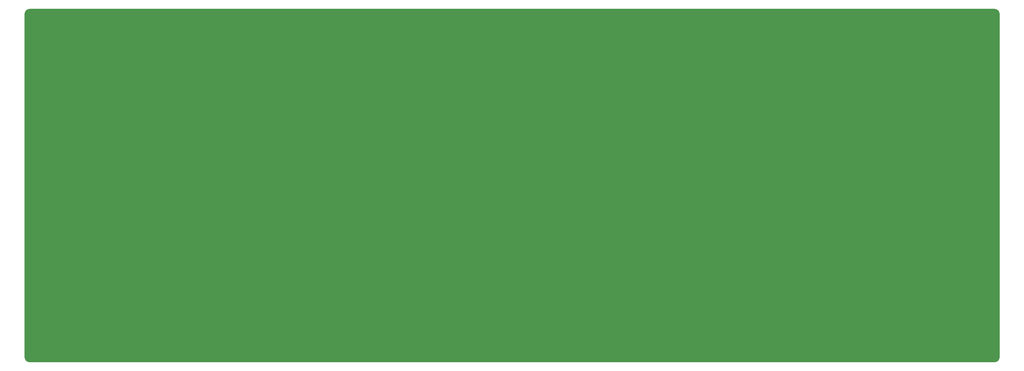
<source format=gbr>
%TF.GenerationSoftware,KiCad,Pcbnew,(6.0.11)*%
%TF.CreationDate,2023-03-19T03:58:12-04:00*%
%TF.ProjectId,bottom-no-hole,626f7474-6f6d-42d6-9e6f-2d686f6c652e,rev?*%
%TF.SameCoordinates,Original*%
%TF.FileFunction,Copper,L2,Bot*%
%TF.FilePolarity,Positive*%
%FSLAX46Y46*%
G04 Gerber Fmt 4.6, Leading zero omitted, Abs format (unit mm)*
G04 Created by KiCad (PCBNEW (6.0.11)) date 2023-03-19 03:58:12*
%MOMM*%
%LPD*%
G01*
G04 APERTURE LIST*
%TA.AperFunction,ComponentPad*%
%ADD10C,5.700000*%
%TD*%
%TA.AperFunction,Conductor*%
%ADD11C,0.254000*%
%TD*%
G04 APERTURE END LIST*
D10*
%TO.P,H5,1,1*%
%TO.N,FrontCuFill*%
X223000000Y79852446D03*
%TD*%
%TO.P,H7,1,1*%
%TO.N,FrontCuFill*%
X-57000000Y-45000000D03*
%TD*%
%TO.P,H10,1,1*%
%TO.N,FrontCuFill*%
X153000000Y-45000000D03*
%TD*%
%TO.P,H9,1,1*%
%TO.N,FrontCuFill*%
X83000000Y-45000000D03*
%TD*%
%TO.P,H12,1,1*%
%TO.N,FrontCuFill*%
X293000000Y-45000000D03*
%TD*%
%TO.P,H4,1,1*%
%TO.N,FrontCuFill*%
X153000000Y79852446D03*
%TD*%
%TO.P,H8,1,1*%
%TO.N,FrontCuFill*%
X13000000Y-45000000D03*
%TD*%
%TO.P,H3,1,1*%
%TO.N,FrontCuFill*%
X83000000Y79852446D03*
%TD*%
%TO.P,H2,1,1*%
%TO.N,FrontCuFill*%
X13000000Y79852446D03*
%TD*%
%TO.P,H11,1,1*%
%TO.N,FrontCuFill*%
X223000000Y-45000000D03*
%TD*%
%TO.P,H1,1,1*%
%TO.N,FrontCuFill*%
X-57000000Y79852446D03*
%TD*%
%TO.P,H6,1,1*%
%TO.N,FrontCuFill*%
X293000000Y79852446D03*
%TD*%
%TO.N,FrontCuFill*%
D11*
X312974338Y88914255D02*
X313010062Y88913819D01*
X313027256Y88916067D01*
X313248944Y88902658D01*
X313494256Y88857703D01*
X313732363Y88783507D01*
X313959790Y88681151D01*
X314173221Y88552130D01*
X314369547Y88398320D01*
X314545898Y88221971D01*
X314699707Y88025653D01*
X314828736Y87812219D01*
X314931095Y87584794D01*
X315005293Y87346696D01*
X315050253Y87101377D01*
X315063216Y86887135D01*
X315061809Y86878096D01*
X315061373Y86842374D01*
X315065500Y86810817D01*
X315065500Y-51950633D01*
X315061809Y-51974338D01*
X315061373Y-52010062D01*
X315063621Y-52027255D01*
X315050211Y-52248941D01*
X315005257Y-52494250D01*
X314931060Y-52732358D01*
X314828707Y-52959777D01*
X314699685Y-53173205D01*
X314545872Y-53369532D01*
X314369532Y-53545872D01*
X314173205Y-53699685D01*
X313959777Y-53828707D01*
X313732358Y-53931060D01*
X313494250Y-54005257D01*
X313248941Y-54050211D01*
X313034488Y-54063183D01*
X313025661Y-54061809D01*
X312989939Y-54061373D01*
X312958379Y-54065500D01*
X-76950632Y-54065500D01*
X-76974337Y-54061809D01*
X-77010061Y-54061373D01*
X-77027254Y-54063621D01*
X-77248940Y-54050211D01*
X-77494249Y-54005257D01*
X-77732356Y-53931060D01*
X-77959777Y-53828707D01*
X-78173204Y-53699685D01*
X-78369531Y-53545872D01*
X-78545871Y-53369532D01*
X-78699684Y-53173205D01*
X-78828706Y-52959778D01*
X-78931059Y-52732357D01*
X-79005256Y-52494250D01*
X-79050210Y-52248941D01*
X-79063182Y-52034488D01*
X-79061808Y-52025661D01*
X-79061372Y-51989939D01*
X-79065499Y-51958379D01*
X-79065499Y86803079D01*
X-79061808Y86826784D01*
X-79061372Y86862508D01*
X-79063620Y86879701D01*
X-79050210Y87101387D01*
X-79005256Y87346696D01*
X-78931059Y87584803D01*
X-78828706Y87812224D01*
X-78699684Y88025651D01*
X-78545871Y88221978D01*
X-78369531Y88398318D01*
X-78173204Y88552131D01*
X-77959777Y88681153D01*
X-77732356Y88783506D01*
X-77494249Y88857703D01*
X-77248940Y88902657D01*
X-77034487Y88915629D01*
X-77025660Y88914255D01*
X-76989938Y88913819D01*
X-76958378Y88917946D01*
X312950633Y88917946D01*
X312974338Y88914255D01*
X312974338Y88914255D02*
X312950633Y88917946D01*
%TA.AperFunction,Conductor*%
G36*
X312974338Y88914255D02*
G01*
X313010062Y88913819D01*
X313027256Y88916067D01*
X313248944Y88902658D01*
X313494256Y88857703D01*
X313732363Y88783507D01*
X313959790Y88681151D01*
X314173221Y88552130D01*
X314369547Y88398320D01*
X314545898Y88221971D01*
X314699707Y88025653D01*
X314828736Y87812219D01*
X314931095Y87584794D01*
X315005293Y87346696D01*
X315050253Y87101377D01*
X315063216Y86887135D01*
X315061809Y86878096D01*
X315061373Y86842374D01*
X315065500Y86810817D01*
X315065500Y-51950633D01*
X315061809Y-51974338D01*
X315061373Y-52010062D01*
X315063621Y-52027255D01*
X315050211Y-52248941D01*
X315005257Y-52494250D01*
X314931060Y-52732358D01*
X314828707Y-52959777D01*
X314699685Y-53173205D01*
X314545872Y-53369532D01*
X314369532Y-53545872D01*
X314173205Y-53699685D01*
X313959777Y-53828707D01*
X313732358Y-53931060D01*
X313494250Y-54005257D01*
X313248941Y-54050211D01*
X313034488Y-54063183D01*
X313025661Y-54061809D01*
X312989939Y-54061373D01*
X312958379Y-54065500D01*
X-76950632Y-54065500D01*
X-76974337Y-54061809D01*
X-77010061Y-54061373D01*
X-77027254Y-54063621D01*
X-77248940Y-54050211D01*
X-77494249Y-54005257D01*
X-77732356Y-53931060D01*
X-77959777Y-53828707D01*
X-78173204Y-53699685D01*
X-78369531Y-53545872D01*
X-78545871Y-53369532D01*
X-78699684Y-53173205D01*
X-78828706Y-52959778D01*
X-78931059Y-52732357D01*
X-79005256Y-52494250D01*
X-79050210Y-52248941D01*
X-79063182Y-52034488D01*
X-79061808Y-52025661D01*
X-79061372Y-51989939D01*
X-79065499Y-51958379D01*
X-79065499Y86803079D01*
X-79061808Y86826784D01*
X-79061372Y86862508D01*
X-79063620Y86879701D01*
X-79050210Y87101387D01*
X-79005256Y87346696D01*
X-78931059Y87584803D01*
X-78828706Y87812224D01*
X-78699684Y88025651D01*
X-78545871Y88221978D01*
X-78369531Y88398318D01*
X-78173204Y88552131D01*
X-77959777Y88681153D01*
X-77732356Y88783506D01*
X-77494249Y88857703D01*
X-77248940Y88902657D01*
X-77034487Y88915629D01*
X-77025660Y88914255D01*
X-76989938Y88913819D01*
X-76958378Y88917946D01*
X312950633Y88917946D01*
X312974338Y88914255D01*
G37*
%TD.AperFunction*%
%TD*%
M02*

</source>
